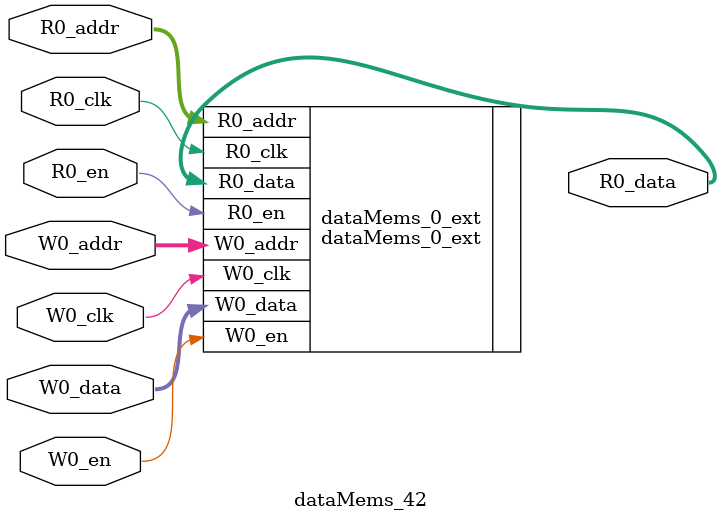
<source format=sv>
`ifndef RANDOMIZE
  `ifdef RANDOMIZE_REG_INIT
    `define RANDOMIZE
  `endif // RANDOMIZE_REG_INIT
`endif // not def RANDOMIZE
`ifndef RANDOMIZE
  `ifdef RANDOMIZE_MEM_INIT
    `define RANDOMIZE
  `endif // RANDOMIZE_MEM_INIT
`endif // not def RANDOMIZE

`ifndef RANDOM
  `define RANDOM $random
`endif // not def RANDOM

// Users can define 'PRINTF_COND' to add an extra gate to prints.
`ifndef PRINTF_COND_
  `ifdef PRINTF_COND
    `define PRINTF_COND_ (`PRINTF_COND)
  `else  // PRINTF_COND
    `define PRINTF_COND_ 1
  `endif // PRINTF_COND
`endif // not def PRINTF_COND_

// Users can define 'ASSERT_VERBOSE_COND' to add an extra gate to assert error printing.
`ifndef ASSERT_VERBOSE_COND_
  `ifdef ASSERT_VERBOSE_COND
    `define ASSERT_VERBOSE_COND_ (`ASSERT_VERBOSE_COND)
  `else  // ASSERT_VERBOSE_COND
    `define ASSERT_VERBOSE_COND_ 1
  `endif // ASSERT_VERBOSE_COND
`endif // not def ASSERT_VERBOSE_COND_

// Users can define 'STOP_COND' to add an extra gate to stop conditions.
`ifndef STOP_COND_
  `ifdef STOP_COND
    `define STOP_COND_ (`STOP_COND)
  `else  // STOP_COND
    `define STOP_COND_ 1
  `endif // STOP_COND
`endif // not def STOP_COND_

// Users can define INIT_RANDOM as general code that gets injected into the
// initializer block for modules with registers.
`ifndef INIT_RANDOM
  `define INIT_RANDOM
`endif // not def INIT_RANDOM

// If using random initialization, you can also define RANDOMIZE_DELAY to
// customize the delay used, otherwise 0.002 is used.
`ifndef RANDOMIZE_DELAY
  `define RANDOMIZE_DELAY 0.002
`endif // not def RANDOMIZE_DELAY

// Define INIT_RANDOM_PROLOG_ for use in our modules below.
`ifndef INIT_RANDOM_PROLOG_
  `ifdef RANDOMIZE
    `ifdef VERILATOR
      `define INIT_RANDOM_PROLOG_ `INIT_RANDOM
    `else  // VERILATOR
      `define INIT_RANDOM_PROLOG_ `INIT_RANDOM #`RANDOMIZE_DELAY begin end
    `endif // VERILATOR
  `else  // RANDOMIZE
    `define INIT_RANDOM_PROLOG_
  `endif // RANDOMIZE
`endif // not def INIT_RANDOM_PROLOG_

// Include register initializers in init blocks unless synthesis is set
`ifndef SYNTHESIS
  `ifndef ENABLE_INITIAL_REG_
    `define ENABLE_INITIAL_REG_
  `endif // not def ENABLE_INITIAL_REG_
`endif // not def SYNTHESIS

// Include rmemory initializers in init blocks unless synthesis is set
`ifndef SYNTHESIS
  `ifndef ENABLE_INITIAL_MEM_
    `define ENABLE_INITIAL_MEM_
  `endif // not def ENABLE_INITIAL_MEM_
`endif // not def SYNTHESIS

module dataMems_42(	// @[generators/ara/src/main/scala/UnsafeAXI4ToTL.scala:365:62]
  input  [4:0]   R0_addr,
  input          R0_en,
  input          R0_clk,
  output [130:0] R0_data,
  input  [4:0]   W0_addr,
  input          W0_en,
  input          W0_clk,
  input  [130:0] W0_data
);

  dataMems_0_ext dataMems_0_ext (	// @[generators/ara/src/main/scala/UnsafeAXI4ToTL.scala:365:62]
    .R0_addr (R0_addr),
    .R0_en   (R0_en),
    .R0_clk  (R0_clk),
    .R0_data (R0_data),
    .W0_addr (W0_addr),
    .W0_en   (W0_en),
    .W0_clk  (W0_clk),
    .W0_data (W0_data)
  );
endmodule


</source>
